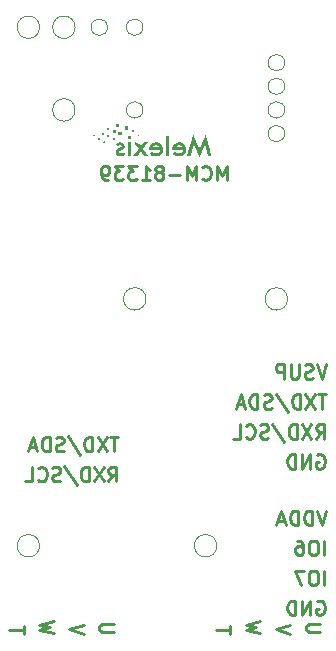
<source format=gbr>
%TF.GenerationSoftware,KiCad,Pcbnew,6.0.11-2627ca5db0~126~ubuntu22.04.1*%
%TF.CreationDate,2024-07-04T08:26:33+02:00*%
%TF.ProjectId,MCM-81339,4d434d2d-3831-4333-9339-2e6b69636164,rev?*%
%TF.SameCoordinates,Original*%
%TF.FileFunction,Legend,Bot*%
%TF.FilePolarity,Positive*%
%FSLAX46Y46*%
G04 Gerber Fmt 4.6, Leading zero omitted, Abs format (unit mm)*
G04 Created by KiCad (PCBNEW 6.0.11-2627ca5db0~126~ubuntu22.04.1) date 2024-07-04 08:26:33*
%MOMM*%
%LPD*%
G01*
G04 APERTURE LIST*
%ADD10C,0.250000*%
%ADD11C,0.120000*%
G04 APERTURE END LIST*
D10*
X69137142Y-100416071D02*
X67937142Y-100130357D01*
X68794285Y-99901785D01*
X67937142Y-99673214D01*
X69137142Y-99387500D01*
X91423214Y-97700000D02*
X91537500Y-97642857D01*
X91708928Y-97642857D01*
X91880357Y-97700000D01*
X91994642Y-97814285D01*
X92051785Y-97928571D01*
X92108928Y-98157142D01*
X92108928Y-98328571D01*
X92051785Y-98557142D01*
X91994642Y-98671428D01*
X91880357Y-98785714D01*
X91708928Y-98842857D01*
X91594642Y-98842857D01*
X91423214Y-98785714D01*
X91366071Y-98728571D01*
X91366071Y-98328571D01*
X91594642Y-98328571D01*
X90851785Y-98842857D02*
X90851785Y-97642857D01*
X90166071Y-98842857D01*
X90166071Y-97642857D01*
X89594642Y-98842857D02*
X89594642Y-97642857D01*
X89308928Y-97642857D01*
X89137500Y-97700000D01*
X89023214Y-97814285D01*
X88966071Y-97928571D01*
X88908928Y-98157142D01*
X88908928Y-98328571D01*
X88966071Y-98557142D01*
X89023214Y-98671428D01*
X89137500Y-98785714D01*
X89308928Y-98842857D01*
X89594642Y-98842857D01*
X74217142Y-100301785D02*
X73245714Y-100301785D01*
X73131428Y-100244642D01*
X73074285Y-100187500D01*
X73017142Y-100073214D01*
X73017142Y-99844642D01*
X73074285Y-99730357D01*
X73131428Y-99673214D01*
X73245714Y-99616071D01*
X74217142Y-99616071D01*
X71677142Y-100473214D02*
X70477142Y-100073214D01*
X71677142Y-99673214D01*
X91717142Y-100301785D02*
X90745714Y-100301785D01*
X90631428Y-100244642D01*
X90574285Y-100187500D01*
X90517142Y-100073214D01*
X90517142Y-99844642D01*
X90574285Y-99730357D01*
X90631428Y-99673214D01*
X90745714Y-99616071D01*
X91717142Y-99616071D01*
X92051785Y-93762857D02*
X92051785Y-92562857D01*
X91251785Y-92562857D02*
X91023214Y-92562857D01*
X90908928Y-92620000D01*
X90794642Y-92734285D01*
X90737500Y-92962857D01*
X90737500Y-93362857D01*
X90794642Y-93591428D01*
X90908928Y-93705714D01*
X91023214Y-93762857D01*
X91251785Y-93762857D01*
X91366071Y-93705714D01*
X91480357Y-93591428D01*
X91537500Y-93362857D01*
X91537500Y-92962857D01*
X91480357Y-92734285D01*
X91366071Y-92620000D01*
X91251785Y-92562857D01*
X89708928Y-92562857D02*
X89937500Y-92562857D01*
X90051785Y-92620000D01*
X90108928Y-92677142D01*
X90223214Y-92848571D01*
X90280357Y-93077142D01*
X90280357Y-93534285D01*
X90223214Y-93648571D01*
X90166071Y-93705714D01*
X90051785Y-93762857D01*
X89823214Y-93762857D01*
X89708928Y-93705714D01*
X89651785Y-93648571D01*
X89594642Y-93534285D01*
X89594642Y-93248571D01*
X89651785Y-93134285D01*
X89708928Y-93077142D01*
X89823214Y-93020000D01*
X90051785Y-93020000D01*
X90166071Y-93077142D01*
X90223214Y-93134285D01*
X90280357Y-93248571D01*
X92223214Y-90022857D02*
X91823214Y-91222857D01*
X91423214Y-90022857D01*
X91023214Y-91222857D02*
X91023214Y-90022857D01*
X90737500Y-90022857D01*
X90566071Y-90080000D01*
X90451785Y-90194285D01*
X90394642Y-90308571D01*
X90337500Y-90537142D01*
X90337500Y-90708571D01*
X90394642Y-90937142D01*
X90451785Y-91051428D01*
X90566071Y-91165714D01*
X90737500Y-91222857D01*
X91023214Y-91222857D01*
X89823214Y-91222857D02*
X89823214Y-90022857D01*
X89537500Y-90022857D01*
X89366071Y-90080000D01*
X89251785Y-90194285D01*
X89194642Y-90308571D01*
X89137500Y-90537142D01*
X89137500Y-90708571D01*
X89194642Y-90937142D01*
X89251785Y-91051428D01*
X89366071Y-91165714D01*
X89537500Y-91222857D01*
X89823214Y-91222857D01*
X88680357Y-90880000D02*
X88108928Y-90880000D01*
X88794642Y-91222857D02*
X88394642Y-90022857D01*
X87994642Y-91222857D01*
X66597142Y-100473214D02*
X66597142Y-99787500D01*
X65397142Y-100130357D02*
X66597142Y-100130357D01*
X92223214Y-77642857D02*
X91823214Y-78842857D01*
X91423214Y-77642857D01*
X91080357Y-78785714D02*
X90908928Y-78842857D01*
X90623214Y-78842857D01*
X90508928Y-78785714D01*
X90451785Y-78728571D01*
X90394642Y-78614285D01*
X90394642Y-78500000D01*
X90451785Y-78385714D01*
X90508928Y-78328571D01*
X90623214Y-78271428D01*
X90851785Y-78214285D01*
X90966071Y-78157142D01*
X91023214Y-78100000D01*
X91080357Y-77985714D01*
X91080357Y-77871428D01*
X91023214Y-77757142D01*
X90966071Y-77700000D01*
X90851785Y-77642857D01*
X90566071Y-77642857D01*
X90394642Y-77700000D01*
X89880357Y-77642857D02*
X89880357Y-78614285D01*
X89823214Y-78728571D01*
X89766071Y-78785714D01*
X89651785Y-78842857D01*
X89423214Y-78842857D01*
X89308928Y-78785714D01*
X89251785Y-78728571D01*
X89194642Y-78614285D01*
X89194642Y-77642857D01*
X88623214Y-78842857D02*
X88623214Y-77642857D01*
X88166071Y-77642857D01*
X88051785Y-77700000D01*
X87994642Y-77757142D01*
X87937500Y-77871428D01*
X87937500Y-78042857D01*
X87994642Y-78157142D01*
X88051785Y-78214285D01*
X88166071Y-78271428D01*
X88623214Y-78271428D01*
X92051785Y-96302857D02*
X92051785Y-95102857D01*
X91251785Y-95102857D02*
X91023214Y-95102857D01*
X90908928Y-95160000D01*
X90794642Y-95274285D01*
X90737500Y-95502857D01*
X90737500Y-95902857D01*
X90794642Y-96131428D01*
X90908928Y-96245714D01*
X91023214Y-96302857D01*
X91251785Y-96302857D01*
X91366071Y-96245714D01*
X91480357Y-96131428D01*
X91537500Y-95902857D01*
X91537500Y-95502857D01*
X91480357Y-95274285D01*
X91366071Y-95160000D01*
X91251785Y-95102857D01*
X90337500Y-95102857D02*
X89537500Y-95102857D01*
X90051785Y-96302857D01*
X83785714Y-62042857D02*
X83785714Y-60842857D01*
X83385714Y-61700000D01*
X82985714Y-60842857D01*
X82985714Y-62042857D01*
X81728571Y-61928571D02*
X81785714Y-61985714D01*
X81957142Y-62042857D01*
X82071428Y-62042857D01*
X82242857Y-61985714D01*
X82357142Y-61871428D01*
X82414285Y-61757142D01*
X82471428Y-61528571D01*
X82471428Y-61357142D01*
X82414285Y-61128571D01*
X82357142Y-61014285D01*
X82242857Y-60900000D01*
X82071428Y-60842857D01*
X81957142Y-60842857D01*
X81785714Y-60900000D01*
X81728571Y-60957142D01*
X81214285Y-62042857D02*
X81214285Y-60842857D01*
X80814285Y-61700000D01*
X80414285Y-60842857D01*
X80414285Y-62042857D01*
X79842857Y-61585714D02*
X78928571Y-61585714D01*
X78185714Y-61357142D02*
X78300000Y-61300000D01*
X78357142Y-61242857D01*
X78414285Y-61128571D01*
X78414285Y-61071428D01*
X78357142Y-60957142D01*
X78300000Y-60900000D01*
X78185714Y-60842857D01*
X77957142Y-60842857D01*
X77842857Y-60900000D01*
X77785714Y-60957142D01*
X77728571Y-61071428D01*
X77728571Y-61128571D01*
X77785714Y-61242857D01*
X77842857Y-61300000D01*
X77957142Y-61357142D01*
X78185714Y-61357142D01*
X78300000Y-61414285D01*
X78357142Y-61471428D01*
X78414285Y-61585714D01*
X78414285Y-61814285D01*
X78357142Y-61928571D01*
X78300000Y-61985714D01*
X78185714Y-62042857D01*
X77957142Y-62042857D01*
X77842857Y-61985714D01*
X77785714Y-61928571D01*
X77728571Y-61814285D01*
X77728571Y-61585714D01*
X77785714Y-61471428D01*
X77842857Y-61414285D01*
X77957142Y-61357142D01*
X76585714Y-62042857D02*
X77271428Y-62042857D01*
X76928571Y-62042857D02*
X76928571Y-60842857D01*
X77042857Y-61014285D01*
X77157142Y-61128571D01*
X77271428Y-61185714D01*
X76185714Y-60842857D02*
X75442857Y-60842857D01*
X75842857Y-61300000D01*
X75671428Y-61300000D01*
X75557142Y-61357142D01*
X75500000Y-61414285D01*
X75442857Y-61528571D01*
X75442857Y-61814285D01*
X75500000Y-61928571D01*
X75557142Y-61985714D01*
X75671428Y-62042857D01*
X76014285Y-62042857D01*
X76128571Y-61985714D01*
X76185714Y-61928571D01*
X75042857Y-60842857D02*
X74300000Y-60842857D01*
X74700000Y-61300000D01*
X74528571Y-61300000D01*
X74414285Y-61357142D01*
X74357142Y-61414285D01*
X74300000Y-61528571D01*
X74300000Y-61814285D01*
X74357142Y-61928571D01*
X74414285Y-61985714D01*
X74528571Y-62042857D01*
X74871428Y-62042857D01*
X74985714Y-61985714D01*
X75042857Y-61928571D01*
X73728571Y-62042857D02*
X73500000Y-62042857D01*
X73385714Y-61985714D01*
X73328571Y-61928571D01*
X73214285Y-61757142D01*
X73157142Y-61528571D01*
X73157142Y-61071428D01*
X73214285Y-60957142D01*
X73271428Y-60900000D01*
X73385714Y-60842857D01*
X73614285Y-60842857D01*
X73728571Y-60900000D01*
X73785714Y-60957142D01*
X73842857Y-61071428D01*
X73842857Y-61357142D01*
X73785714Y-61471428D01*
X73728571Y-61528571D01*
X73614285Y-61585714D01*
X73385714Y-61585714D01*
X73271428Y-61528571D01*
X73214285Y-61471428D01*
X73157142Y-61357142D01*
X92223214Y-80182857D02*
X91537500Y-80182857D01*
X91880357Y-81382857D02*
X91880357Y-80182857D01*
X91251785Y-80182857D02*
X90451785Y-81382857D01*
X90451785Y-80182857D02*
X91251785Y-81382857D01*
X89994642Y-81382857D02*
X89994642Y-80182857D01*
X89708928Y-80182857D01*
X89537500Y-80240000D01*
X89423214Y-80354285D01*
X89366071Y-80468571D01*
X89308928Y-80697142D01*
X89308928Y-80868571D01*
X89366071Y-81097142D01*
X89423214Y-81211428D01*
X89537500Y-81325714D01*
X89708928Y-81382857D01*
X89994642Y-81382857D01*
X87937500Y-80125714D02*
X88966071Y-81668571D01*
X87594642Y-81325714D02*
X87423214Y-81382857D01*
X87137500Y-81382857D01*
X87023214Y-81325714D01*
X86966071Y-81268571D01*
X86908928Y-81154285D01*
X86908928Y-81040000D01*
X86966071Y-80925714D01*
X87023214Y-80868571D01*
X87137500Y-80811428D01*
X87366071Y-80754285D01*
X87480357Y-80697142D01*
X87537500Y-80640000D01*
X87594642Y-80525714D01*
X87594642Y-80411428D01*
X87537500Y-80297142D01*
X87480357Y-80240000D01*
X87366071Y-80182857D01*
X87080357Y-80182857D01*
X86908928Y-80240000D01*
X86394642Y-81382857D02*
X86394642Y-80182857D01*
X86108928Y-80182857D01*
X85937500Y-80240000D01*
X85823214Y-80354285D01*
X85766071Y-80468571D01*
X85708928Y-80697142D01*
X85708928Y-80868571D01*
X85766071Y-81097142D01*
X85823214Y-81211428D01*
X85937500Y-81325714D01*
X86108928Y-81382857D01*
X86394642Y-81382857D01*
X85251785Y-81040000D02*
X84680357Y-81040000D01*
X85366071Y-81382857D02*
X84966071Y-80182857D01*
X84566071Y-81382857D01*
X91366071Y-83922857D02*
X91766071Y-83351428D01*
X92051785Y-83922857D02*
X92051785Y-82722857D01*
X91594642Y-82722857D01*
X91480357Y-82780000D01*
X91423214Y-82837142D01*
X91366071Y-82951428D01*
X91366071Y-83122857D01*
X91423214Y-83237142D01*
X91480357Y-83294285D01*
X91594642Y-83351428D01*
X92051785Y-83351428D01*
X90966071Y-82722857D02*
X90166071Y-83922857D01*
X90166071Y-82722857D02*
X90966071Y-83922857D01*
X89708928Y-83922857D02*
X89708928Y-82722857D01*
X89423214Y-82722857D01*
X89251785Y-82780000D01*
X89137500Y-82894285D01*
X89080357Y-83008571D01*
X89023214Y-83237142D01*
X89023214Y-83408571D01*
X89080357Y-83637142D01*
X89137500Y-83751428D01*
X89251785Y-83865714D01*
X89423214Y-83922857D01*
X89708928Y-83922857D01*
X87651785Y-82665714D02*
X88680357Y-84208571D01*
X87308928Y-83865714D02*
X87137500Y-83922857D01*
X86851785Y-83922857D01*
X86737500Y-83865714D01*
X86680357Y-83808571D01*
X86623214Y-83694285D01*
X86623214Y-83580000D01*
X86680357Y-83465714D01*
X86737500Y-83408571D01*
X86851785Y-83351428D01*
X87080357Y-83294285D01*
X87194642Y-83237142D01*
X87251785Y-83180000D01*
X87308928Y-83065714D01*
X87308928Y-82951428D01*
X87251785Y-82837142D01*
X87194642Y-82780000D01*
X87080357Y-82722857D01*
X86794642Y-82722857D01*
X86623214Y-82780000D01*
X85423214Y-83808571D02*
X85480357Y-83865714D01*
X85651785Y-83922857D01*
X85766071Y-83922857D01*
X85937500Y-83865714D01*
X86051785Y-83751428D01*
X86108928Y-83637142D01*
X86166071Y-83408571D01*
X86166071Y-83237142D01*
X86108928Y-83008571D01*
X86051785Y-82894285D01*
X85937500Y-82780000D01*
X85766071Y-82722857D01*
X85651785Y-82722857D01*
X85480357Y-82780000D01*
X85423214Y-82837142D01*
X84337500Y-83922857D02*
X84908928Y-83922857D01*
X84908928Y-82722857D01*
X91423214Y-85320000D02*
X91537500Y-85262857D01*
X91708928Y-85262857D01*
X91880357Y-85320000D01*
X91994642Y-85434285D01*
X92051785Y-85548571D01*
X92108928Y-85777142D01*
X92108928Y-85948571D01*
X92051785Y-86177142D01*
X91994642Y-86291428D01*
X91880357Y-86405714D01*
X91708928Y-86462857D01*
X91594642Y-86462857D01*
X91423214Y-86405714D01*
X91366071Y-86348571D01*
X91366071Y-85948571D01*
X91594642Y-85948571D01*
X90851785Y-86462857D02*
X90851785Y-85262857D01*
X90166071Y-86462857D01*
X90166071Y-85262857D01*
X89594642Y-86462857D02*
X89594642Y-85262857D01*
X89308928Y-85262857D01*
X89137500Y-85320000D01*
X89023214Y-85434285D01*
X88966071Y-85548571D01*
X88908928Y-85777142D01*
X88908928Y-85948571D01*
X88966071Y-86177142D01*
X89023214Y-86291428D01*
X89137500Y-86405714D01*
X89308928Y-86462857D01*
X89594642Y-86462857D01*
X73766071Y-87542857D02*
X74166071Y-86971428D01*
X74451785Y-87542857D02*
X74451785Y-86342857D01*
X73994642Y-86342857D01*
X73880357Y-86400000D01*
X73823214Y-86457142D01*
X73766071Y-86571428D01*
X73766071Y-86742857D01*
X73823214Y-86857142D01*
X73880357Y-86914285D01*
X73994642Y-86971428D01*
X74451785Y-86971428D01*
X73366071Y-86342857D02*
X72566071Y-87542857D01*
X72566071Y-86342857D02*
X73366071Y-87542857D01*
X72108928Y-87542857D02*
X72108928Y-86342857D01*
X71823214Y-86342857D01*
X71651785Y-86400000D01*
X71537500Y-86514285D01*
X71480357Y-86628571D01*
X71423214Y-86857142D01*
X71423214Y-87028571D01*
X71480357Y-87257142D01*
X71537500Y-87371428D01*
X71651785Y-87485714D01*
X71823214Y-87542857D01*
X72108928Y-87542857D01*
X70051785Y-86285714D02*
X71080357Y-87828571D01*
X69708928Y-87485714D02*
X69537500Y-87542857D01*
X69251785Y-87542857D01*
X69137500Y-87485714D01*
X69080357Y-87428571D01*
X69023214Y-87314285D01*
X69023214Y-87200000D01*
X69080357Y-87085714D01*
X69137500Y-87028571D01*
X69251785Y-86971428D01*
X69480357Y-86914285D01*
X69594642Y-86857142D01*
X69651785Y-86800000D01*
X69708928Y-86685714D01*
X69708928Y-86571428D01*
X69651785Y-86457142D01*
X69594642Y-86400000D01*
X69480357Y-86342857D01*
X69194642Y-86342857D01*
X69023214Y-86400000D01*
X67823214Y-87428571D02*
X67880357Y-87485714D01*
X68051785Y-87542857D01*
X68166071Y-87542857D01*
X68337500Y-87485714D01*
X68451785Y-87371428D01*
X68508928Y-87257142D01*
X68566071Y-87028571D01*
X68566071Y-86857142D01*
X68508928Y-86628571D01*
X68451785Y-86514285D01*
X68337500Y-86400000D01*
X68166071Y-86342857D01*
X68051785Y-86342857D01*
X67880357Y-86400000D01*
X67823214Y-86457142D01*
X66737500Y-87542857D02*
X67308928Y-87542857D01*
X67308928Y-86342857D01*
X89177142Y-100473214D02*
X87977142Y-100073214D01*
X89177142Y-99673214D01*
X86637142Y-100416071D02*
X85437142Y-100130357D01*
X86294285Y-99901785D01*
X85437142Y-99673214D01*
X86637142Y-99387500D01*
X84097142Y-100473214D02*
X84097142Y-99787500D01*
X82897142Y-100130357D02*
X84097142Y-100130357D01*
X74623214Y-83802857D02*
X73937500Y-83802857D01*
X74280357Y-85002857D02*
X74280357Y-83802857D01*
X73651785Y-83802857D02*
X72851785Y-85002857D01*
X72851785Y-83802857D02*
X73651785Y-85002857D01*
X72394642Y-85002857D02*
X72394642Y-83802857D01*
X72108928Y-83802857D01*
X71937500Y-83860000D01*
X71823214Y-83974285D01*
X71766071Y-84088571D01*
X71708928Y-84317142D01*
X71708928Y-84488571D01*
X71766071Y-84717142D01*
X71823214Y-84831428D01*
X71937500Y-84945714D01*
X72108928Y-85002857D01*
X72394642Y-85002857D01*
X70337500Y-83745714D02*
X71366071Y-85288571D01*
X69994642Y-84945714D02*
X69823214Y-85002857D01*
X69537500Y-85002857D01*
X69423214Y-84945714D01*
X69366071Y-84888571D01*
X69308928Y-84774285D01*
X69308928Y-84660000D01*
X69366071Y-84545714D01*
X69423214Y-84488571D01*
X69537500Y-84431428D01*
X69766071Y-84374285D01*
X69880357Y-84317142D01*
X69937500Y-84260000D01*
X69994642Y-84145714D01*
X69994642Y-84031428D01*
X69937500Y-83917142D01*
X69880357Y-83860000D01*
X69766071Y-83802857D01*
X69480357Y-83802857D01*
X69308928Y-83860000D01*
X68794642Y-85002857D02*
X68794642Y-83802857D01*
X68508928Y-83802857D01*
X68337500Y-83860000D01*
X68223214Y-83974285D01*
X68166071Y-84088571D01*
X68108928Y-84317142D01*
X68108928Y-84488571D01*
X68166071Y-84717142D01*
X68223214Y-84831428D01*
X68337500Y-84945714D01*
X68508928Y-85002857D01*
X68794642Y-85002857D01*
X67651785Y-84660000D02*
X67080357Y-84660000D01*
X67766071Y-85002857D02*
X67366071Y-83802857D01*
X66966071Y-85002857D01*
D11*
%TO.C,TP11*%
X73700000Y-49100000D02*
G75*
G03*
X73700000Y-49100000I-700000J0D01*
G01*
%TO.C,TP9*%
X76700000Y-49100000D02*
G75*
G03*
X76700000Y-49100000I-700000J0D01*
G01*
%TO.C,TP14*%
X67950000Y-93000000D02*
G75*
G03*
X67950000Y-93000000I-950000J0D01*
G01*
%TO.C,TP6*%
X88700000Y-58100000D02*
G75*
G03*
X88700000Y-58100000I-700000J0D01*
G01*
%TO.C,TP8*%
X88950000Y-72100000D02*
G75*
G03*
X88950000Y-72100000I-950000J0D01*
G01*
%TO.C,TP2*%
X70950000Y-49100000D02*
G75*
G03*
X70950000Y-49100000I-950000J0D01*
G01*
%TO.C,TP10*%
X76950000Y-72100000D02*
G75*
G03*
X76950000Y-72100000I-950000J0D01*
G01*
%TO.C,TP7*%
X70950000Y-56100000D02*
G75*
G03*
X70950000Y-56100000I-950000J0D01*
G01*
%TO.C,TP4*%
X88700000Y-52100000D02*
G75*
G03*
X88700000Y-52100000I-700000J0D01*
G01*
%TO.C,TP1*%
X67950000Y-49100000D02*
G75*
G03*
X67950000Y-49100000I-950000J0D01*
G01*
%TO.C,LOG1*%
G36*
X75954189Y-58007400D02*
G01*
X75777855Y-58007400D01*
X75777855Y-57831067D01*
X75954189Y-57831067D01*
X75954189Y-58007400D01*
G37*
G36*
X80344954Y-59396708D02*
G01*
X80343727Y-59490088D01*
X80329450Y-59581890D01*
X80301943Y-59669215D01*
X80278583Y-59719195D01*
X80228853Y-59796754D01*
X80167281Y-59865644D01*
X80095626Y-59924509D01*
X80015646Y-59971992D01*
X79929102Y-60006734D01*
X79837752Y-60027379D01*
X79831878Y-60028119D01*
X79797892Y-60030540D01*
X79757179Y-60031330D01*
X79717300Y-60030306D01*
X79702558Y-60029395D01*
X79601025Y-60015926D01*
X79508789Y-59989990D01*
X79424428Y-59950948D01*
X79346518Y-59898161D01*
X79273638Y-59830990D01*
X79256227Y-59812293D01*
X79235639Y-59789026D01*
X79221566Y-59771646D01*
X79216353Y-59762940D01*
X79217028Y-59761721D01*
X79226632Y-59752414D01*
X79245516Y-59736322D01*
X79270988Y-59715547D01*
X79300356Y-59692196D01*
X79330928Y-59668371D01*
X79360013Y-59646178D01*
X79384919Y-59627721D01*
X79402956Y-59615103D01*
X79411430Y-59610429D01*
X79413556Y-59611766D01*
X79424991Y-59621668D01*
X79443706Y-59639113D01*
X79466971Y-59661587D01*
X79482746Y-59676420D01*
X79543913Y-59722410D01*
X79609758Y-59753895D01*
X79682450Y-59771986D01*
X79700314Y-59774294D01*
X79773768Y-59774855D01*
X79843934Y-59761618D01*
X79908956Y-59735721D01*
X79966975Y-59698299D01*
X80016134Y-59650493D01*
X80054573Y-59593439D01*
X80080436Y-59528274D01*
X80088712Y-59498217D01*
X79157977Y-59498217D01*
X79162550Y-59412055D01*
X79172772Y-59319038D01*
X79186148Y-59265778D01*
X79463917Y-59265778D01*
X79758647Y-59265778D01*
X79825277Y-59265642D01*
X79886526Y-59265266D01*
X79940618Y-59264680D01*
X79985779Y-59263915D01*
X80020235Y-59263000D01*
X80042209Y-59261965D01*
X80049929Y-59260841D01*
X80048081Y-59255249D01*
X80037831Y-59238887D01*
X80021334Y-59217164D01*
X80001723Y-59193902D01*
X79982130Y-59172925D01*
X79965689Y-59158055D01*
X79950591Y-59147673D01*
X79921690Y-59130552D01*
X79891513Y-59115035D01*
X79870664Y-59105923D01*
X79850233Y-59099388D01*
X79827616Y-59095631D01*
X79798200Y-59093912D01*
X79757376Y-59093490D01*
X79748455Y-59093495D01*
X79710919Y-59093985D01*
X79683752Y-59095866D01*
X79662217Y-59099971D01*
X79641582Y-59107135D01*
X79617111Y-59118192D01*
X79591986Y-59131860D01*
X79547315Y-59164026D01*
X79507687Y-59202004D01*
X79478396Y-59241105D01*
X79463917Y-59265778D01*
X79186148Y-59265778D01*
X79194878Y-59231014D01*
X79229546Y-59150739D01*
X79277701Y-59076096D01*
X79340267Y-59004965D01*
X79408046Y-58945027D01*
X79484333Y-58895213D01*
X79565128Y-58860280D01*
X79651661Y-58839703D01*
X79745163Y-58832960D01*
X79766135Y-58833187D01*
X79852921Y-58840004D01*
X79930875Y-58857069D01*
X80003626Y-58885404D01*
X80074799Y-58926035D01*
X80097656Y-58942329D01*
X80145721Y-58983242D01*
X80193286Y-59031355D01*
X80235758Y-59081838D01*
X80268546Y-59129860D01*
X80272134Y-59136101D01*
X80308978Y-59216815D01*
X80321174Y-59260841D01*
X80333311Y-59304651D01*
X80344954Y-59396708D01*
G37*
G36*
X76401446Y-58263041D02*
G01*
X76402072Y-58288032D01*
X76401452Y-58311991D01*
X76399558Y-58325511D01*
X76398310Y-58327742D01*
X76389038Y-58332772D01*
X76369557Y-58334848D01*
X76337028Y-58334371D01*
X76278802Y-58332014D01*
X76278802Y-58211786D01*
X76399029Y-58211786D01*
X76401446Y-58263041D01*
G37*
G36*
X75681674Y-58560445D02*
G01*
X75409159Y-58560445D01*
X75409159Y-58287930D01*
X75681674Y-58287930D01*
X75681674Y-58560445D01*
G37*
G36*
X74695811Y-57542522D02*
G01*
X74415280Y-57542522D01*
X74415280Y-57261992D01*
X74695811Y-57261992D01*
X74695811Y-57542522D01*
G37*
G36*
X72603857Y-58295945D02*
G01*
X72507676Y-58295945D01*
X72507676Y-58207779D01*
X72603857Y-58207779D01*
X72603857Y-58295945D01*
G37*
G36*
X75681674Y-60003172D02*
G01*
X75409159Y-60003172D01*
X75409159Y-58857006D01*
X75681674Y-58857006D01*
X75681674Y-60003172D01*
G37*
G36*
X73032668Y-58492317D02*
G01*
X73035084Y-58543571D01*
X73035726Y-58568564D01*
X73035154Y-58592368D01*
X73033332Y-58605688D01*
X73025986Y-58611649D01*
X73006375Y-58615383D01*
X72972806Y-58616551D01*
X72916448Y-58616551D01*
X72916448Y-58487607D01*
X73032668Y-58492317D01*
G37*
G36*
X77063530Y-58887063D02*
G01*
X77056590Y-58896133D01*
X77039740Y-58917949D01*
X77015354Y-58949404D01*
X76984755Y-58988794D01*
X76949266Y-59034416D01*
X76910213Y-59084564D01*
X76868919Y-59137536D01*
X76835229Y-59180734D01*
X76797153Y-59229565D01*
X76763024Y-59273343D01*
X76734025Y-59310551D01*
X76711338Y-59339670D01*
X76696146Y-59359185D01*
X76689632Y-59367578D01*
X76689525Y-59369708D01*
X76695324Y-59381889D01*
X76709728Y-59404517D01*
X76732982Y-59437930D01*
X76765328Y-59482466D01*
X76807010Y-59538463D01*
X76858273Y-59606259D01*
X76919359Y-59686192D01*
X76923799Y-59691979D01*
X76970655Y-59753135D01*
X77014312Y-59810270D01*
X77053831Y-59862144D01*
X77088272Y-59907516D01*
X77116695Y-59945145D01*
X77138161Y-59973792D01*
X77151729Y-59992216D01*
X77156461Y-59999176D01*
X77156047Y-59999461D01*
X77145100Y-60000640D01*
X77121053Y-60001659D01*
X77086290Y-60002459D01*
X77043195Y-60002982D01*
X76994154Y-60003168D01*
X76831847Y-60003165D01*
X76675798Y-59802707D01*
X76654962Y-59776021D01*
X76618193Y-59729338D01*
X76585140Y-59687894D01*
X76557019Y-59653180D01*
X76535042Y-59626688D01*
X76520423Y-59609909D01*
X76514376Y-59604336D01*
X76513737Y-59604851D01*
X76505459Y-59614377D01*
X76489019Y-59634630D01*
X76465687Y-59664003D01*
X76436732Y-59700889D01*
X76403426Y-59743680D01*
X76367038Y-59790770D01*
X76359455Y-59800612D01*
X76322961Y-59847839D01*
X76289372Y-59891087D01*
X76260059Y-59928607D01*
X76236391Y-59958651D01*
X76219737Y-59979470D01*
X76211468Y-59989316D01*
X76205733Y-59994010D01*
X76197097Y-59997584D01*
X76183511Y-60000016D01*
X76162760Y-60001456D01*
X76132628Y-60002055D01*
X76090901Y-60001966D01*
X76035364Y-60001339D01*
X75872865Y-59999164D01*
X76109839Y-59690581D01*
X76114080Y-59685058D01*
X76160945Y-59623937D01*
X76204612Y-59566831D01*
X76244142Y-59514981D01*
X76278592Y-59469627D01*
X76307024Y-59432010D01*
X76328495Y-59403371D01*
X76342067Y-59384951D01*
X76346797Y-59377990D01*
X76346212Y-59376925D01*
X76338309Y-59365840D01*
X76321987Y-59343926D01*
X76298286Y-59312550D01*
X76268246Y-59273079D01*
X76232906Y-59226880D01*
X76193306Y-59175321D01*
X76150485Y-59119770D01*
X76135363Y-59100174D01*
X76093535Y-59045826D01*
X76055290Y-58995928D01*
X76021666Y-58951848D01*
X75993705Y-58914957D01*
X75972444Y-58886625D01*
X75958926Y-58868222D01*
X75954189Y-58861119D01*
X75954846Y-58860732D01*
X75966652Y-58859599D01*
X75991449Y-58858811D01*
X76026878Y-58858402D01*
X76070584Y-58858403D01*
X76120208Y-58858847D01*
X76286228Y-58861013D01*
X76396983Y-59005286D01*
X76413895Y-59027249D01*
X76444492Y-59066619D01*
X76471206Y-59100524D01*
X76492582Y-59127143D01*
X76507164Y-59144650D01*
X76513497Y-59151223D01*
X76516291Y-59149219D01*
X76527866Y-59136729D01*
X76546881Y-59114317D01*
X76571900Y-59083723D01*
X76601488Y-59046686D01*
X76634209Y-59004946D01*
X76749161Y-58857006D01*
X77086227Y-58857006D01*
X77063530Y-58887063D01*
G37*
G36*
X73846205Y-57807021D02*
G01*
X73645826Y-57807021D01*
X73645826Y-57598628D01*
X73846205Y-57598628D01*
X73846205Y-57807021D01*
G37*
G36*
X73902311Y-58937157D02*
G01*
X73830175Y-58937157D01*
X73830175Y-58873036D01*
X73902311Y-58873036D01*
X73902311Y-58937157D01*
G37*
G36*
X74295053Y-58616551D02*
G01*
X74158796Y-58616551D01*
X74158796Y-58472279D01*
X74295053Y-58472279D01*
X74295053Y-58616551D01*
G37*
G36*
X78379562Y-59297519D02*
G01*
X78383362Y-59320439D01*
X78385412Y-59347542D01*
X78386223Y-59382775D01*
X78386309Y-59430089D01*
X78386280Y-59442078D01*
X78385877Y-59486612D01*
X78384622Y-59520206D01*
X78381963Y-59547015D01*
X78377352Y-59571191D01*
X78370239Y-59596886D01*
X78360074Y-59628255D01*
X78324545Y-59712438D01*
X78274749Y-59792517D01*
X78213487Y-59863159D01*
X78142198Y-59923161D01*
X78062322Y-59971321D01*
X77975297Y-60006435D01*
X77882564Y-60027300D01*
X77862864Y-60029476D01*
X77806413Y-60031380D01*
X77743501Y-60028701D01*
X77680329Y-60021823D01*
X77623100Y-60011135D01*
X77556835Y-59992049D01*
X77484966Y-59961685D01*
X77418685Y-59921414D01*
X77354938Y-59869327D01*
X77290673Y-59803520D01*
X77252561Y-59760893D01*
X77352593Y-59685661D01*
X77373037Y-59670336D01*
X77405015Y-59646592D01*
X77430982Y-59627597D01*
X77448683Y-59614995D01*
X77455863Y-59610429D01*
X77457963Y-59611768D01*
X77469348Y-59621672D01*
X77488027Y-59639116D01*
X77511275Y-59661587D01*
X77527585Y-59676796D01*
X77591200Y-59723390D01*
X77659893Y-59755686D01*
X77732003Y-59773403D01*
X77805870Y-59776260D01*
X77879835Y-59763976D01*
X77952239Y-59736270D01*
X77980400Y-59720212D01*
X78030780Y-59680537D01*
X78073130Y-59632468D01*
X78104805Y-59579284D01*
X78123161Y-59524267D01*
X78128297Y-59498217D01*
X77202281Y-59498217D01*
X77206838Y-59412055D01*
X77209033Y-59378628D01*
X77216193Y-59319101D01*
X77228318Y-59265970D01*
X77230247Y-59260507D01*
X77509127Y-59260507D01*
X77509131Y-59260535D01*
X77517185Y-59261734D01*
X77539454Y-59262836D01*
X77574162Y-59263810D01*
X77619535Y-59264623D01*
X77673797Y-59265244D01*
X77735173Y-59265639D01*
X77801886Y-59265778D01*
X78094644Y-59265778D01*
X78081764Y-59240870D01*
X78062022Y-59211540D01*
X78028320Y-59176485D01*
X77987361Y-59144308D01*
X77943554Y-59118896D01*
X77937063Y-59115840D01*
X77913382Y-59105497D01*
X77892780Y-59098943D01*
X77870479Y-59095322D01*
X77841705Y-59093777D01*
X77801680Y-59093453D01*
X77754233Y-59094554D01*
X77711679Y-59099204D01*
X77676189Y-59108715D01*
X77643110Y-59124384D01*
X77607790Y-59147508D01*
X77591430Y-59161088D01*
X77569889Y-59182175D01*
X77547855Y-59206134D01*
X77528362Y-59229491D01*
X77514441Y-59248774D01*
X77509127Y-59260507D01*
X77230247Y-59260507D01*
X77247054Y-59212903D01*
X77274048Y-59153566D01*
X77287366Y-59127320D01*
X77305374Y-59096206D01*
X77325228Y-59068531D01*
X77350362Y-59039661D01*
X77384209Y-59004965D01*
X77384291Y-59004883D01*
X77457180Y-58941175D01*
X77532945Y-58892792D01*
X77613131Y-58859084D01*
X77699283Y-58839403D01*
X77792943Y-58833099D01*
X77864448Y-58836078D01*
X77931794Y-58846363D01*
X77995735Y-58865296D01*
X78062172Y-58894218D01*
X78088272Y-58907535D01*
X78119416Y-58925641D01*
X78147068Y-58945560D01*
X78175868Y-58970747D01*
X78210452Y-59004656D01*
X78242164Y-59037835D01*
X78281694Y-59084735D01*
X78312734Y-59130843D01*
X78338333Y-59180898D01*
X78361537Y-59239639D01*
X78364650Y-59248427D01*
X78370462Y-59265778D01*
X78373495Y-59274831D01*
X78379562Y-59297519D01*
G37*
G36*
X74904204Y-58239839D02*
G01*
X74623674Y-58239839D01*
X74623674Y-57959309D01*
X74904204Y-57959309D01*
X74904204Y-58239839D01*
G37*
G36*
X75433204Y-57783355D02*
G01*
X75294943Y-57781162D01*
X75156682Y-57778968D01*
X75154488Y-57640707D01*
X75152295Y-57502446D01*
X75433204Y-57502446D01*
X75433204Y-57783355D01*
G37*
G36*
X73846205Y-58432203D02*
G01*
X73669872Y-58432203D01*
X73669872Y-58255870D01*
X73846205Y-58255870D01*
X73846205Y-58432203D01*
G37*
G36*
X74375205Y-58031446D02*
G01*
X74142765Y-58031446D01*
X74142765Y-57799006D01*
X74375205Y-57799006D01*
X74375205Y-58031446D01*
G37*
G36*
X78903763Y-60003172D02*
G01*
X78631248Y-60003172D01*
X78631248Y-58287930D01*
X78903763Y-58287930D01*
X78903763Y-60003172D01*
G37*
G36*
X73517584Y-58865021D02*
G01*
X73356701Y-58865021D01*
X73361289Y-58708725D01*
X73439436Y-58706431D01*
X73517584Y-58704137D01*
X73517584Y-58865021D01*
G37*
G36*
X73389342Y-58215794D02*
G01*
X73229039Y-58215794D01*
X73229039Y-58055491D01*
X73389342Y-58055491D01*
X73389342Y-58215794D01*
G37*
G36*
X74875495Y-58843679D02*
G01*
X74946844Y-58867738D01*
X75011791Y-58904756D01*
X75068172Y-58954206D01*
X75100241Y-58995500D01*
X75130875Y-59055874D01*
X75148404Y-59121043D01*
X75152070Y-59187901D01*
X75141117Y-59253341D01*
X75138319Y-59262555D01*
X75121224Y-59305747D01*
X75098040Y-59344260D01*
X75067173Y-59379450D01*
X75027030Y-59412675D01*
X74976016Y-59445293D01*
X74912538Y-59478662D01*
X74835003Y-59514139D01*
X74821484Y-59520067D01*
X74780328Y-59538729D01*
X74742996Y-59556512D01*
X74713140Y-59571642D01*
X74694415Y-59582349D01*
X74679162Y-59593937D01*
X74655111Y-59619000D01*
X74638158Y-59645573D01*
X74631719Y-59668937D01*
X74631759Y-59671014D01*
X74640228Y-59699674D01*
X74661751Y-59727908D01*
X74693851Y-59752387D01*
X74706432Y-59759424D01*
X74729324Y-59769009D01*
X74754181Y-59773488D01*
X74787985Y-59774502D01*
X74828832Y-59771496D01*
X74868379Y-59760740D01*
X74907577Y-59740366D01*
X74951035Y-59708507D01*
X74985843Y-59680274D01*
X75091300Y-59731113D01*
X75107720Y-59739036D01*
X75143215Y-59756225D01*
X75172155Y-59770322D01*
X75191909Y-59780045D01*
X75199847Y-59784107D01*
X75200318Y-59787935D01*
X75192724Y-59802067D01*
X75176057Y-59824312D01*
X75151799Y-59852754D01*
X75121432Y-59885477D01*
X75072722Y-59930885D01*
X75008306Y-59975382D01*
X74937816Y-60006977D01*
X74858010Y-60027415D01*
X74834659Y-60030119D01*
X74799341Y-60031486D01*
X74763939Y-60030576D01*
X74692022Y-60020549D01*
X74620772Y-59997209D01*
X74555806Y-59959990D01*
X74494872Y-59907868D01*
X74471120Y-59882132D01*
X74428133Y-59820806D01*
X74400503Y-59755892D01*
X74388409Y-59687902D01*
X74392033Y-59617344D01*
X74399469Y-59581521D01*
X74417553Y-59529982D01*
X74444508Y-59483187D01*
X74481510Y-59440047D01*
X74529736Y-59399471D01*
X74590363Y-59360367D01*
X74664565Y-59321646D01*
X74753521Y-59282217D01*
X74777987Y-59271501D01*
X74828865Y-59244693D01*
X74867726Y-59217127D01*
X74892615Y-59190098D01*
X74898499Y-59179750D01*
X74901458Y-59163585D01*
X74896244Y-59141709D01*
X74894523Y-59136893D01*
X74880915Y-59114507D01*
X74859081Y-59099861D01*
X74826632Y-59091868D01*
X74781182Y-59089445D01*
X74756302Y-59089887D01*
X74727875Y-59092972D01*
X74703088Y-59100473D01*
X74674583Y-59114094D01*
X74651865Y-59126647D01*
X74622862Y-59144178D01*
X74600998Y-59159070D01*
X74574315Y-59179395D01*
X74552907Y-59159989D01*
X74540819Y-59149092D01*
X74518595Y-59129146D01*
X74490676Y-59104146D01*
X74460415Y-59077096D01*
X74389331Y-59013610D01*
X74424193Y-58982672D01*
X74439819Y-58969518D01*
X74488430Y-58934421D01*
X74543562Y-58901032D01*
X74599402Y-58872694D01*
X74650137Y-58852748D01*
X74722257Y-58836539D01*
X74799911Y-58833104D01*
X74875495Y-58843679D01*
G37*
G36*
X81204611Y-58761524D02*
G01*
X81225793Y-58812284D01*
X81264348Y-58904647D01*
X81301011Y-58992442D01*
X81335305Y-59074534D01*
X81366756Y-59149785D01*
X81394888Y-59217060D01*
X81419226Y-59275222D01*
X81439295Y-59323134D01*
X81454620Y-59359660D01*
X81464725Y-59383664D01*
X81469134Y-59394009D01*
X81478097Y-59414035D01*
X81488382Y-59394009D01*
X81489912Y-59390705D01*
X81497408Y-59373513D01*
X81510379Y-59343236D01*
X81528341Y-59301014D01*
X81550814Y-59247989D01*
X81577315Y-59185300D01*
X81607362Y-59114089D01*
X81640473Y-59035496D01*
X81676166Y-58950662D01*
X81713960Y-58860729D01*
X81753371Y-58766835D01*
X81774245Y-58717116D01*
X81812602Y-58625959D01*
X81848983Y-58539760D01*
X81882922Y-58459610D01*
X81913951Y-58386604D01*
X81941602Y-58321833D01*
X81965410Y-58266391D01*
X81984907Y-58221369D01*
X81999626Y-58187861D01*
X82009100Y-58166960D01*
X82012862Y-58159757D01*
X82014120Y-58163022D01*
X82019232Y-58180237D01*
X82027972Y-58211386D01*
X82040085Y-58255516D01*
X82055317Y-58311673D01*
X82073412Y-58378904D01*
X82094114Y-58456256D01*
X82117170Y-58542774D01*
X82142325Y-58637506D01*
X82169322Y-58739497D01*
X82197908Y-58847795D01*
X82227827Y-58961445D01*
X82258824Y-59079495D01*
X82500000Y-59999164D01*
X82367625Y-60001368D01*
X82355519Y-60001548D01*
X82304061Y-60001698D01*
X82265282Y-60000688D01*
X82240290Y-59998568D01*
X82230190Y-59995385D01*
X82229661Y-59994019D01*
X82225536Y-59980087D01*
X82217861Y-59952401D01*
X82206986Y-59912279D01*
X82193263Y-59861039D01*
X82177041Y-59800000D01*
X82158672Y-59730481D01*
X82138506Y-59653798D01*
X82116895Y-59571272D01*
X82094188Y-59484220D01*
X82086291Y-59453910D01*
X82063939Y-59368384D01*
X82042806Y-59287907D01*
X82023242Y-59213789D01*
X82005597Y-59147338D01*
X81990220Y-59089862D01*
X81977461Y-59042671D01*
X81967669Y-59007072D01*
X81961194Y-58984376D01*
X81958386Y-58975889D01*
X81958189Y-58975932D01*
X81953488Y-58984471D01*
X81943184Y-59006516D01*
X81927763Y-59040945D01*
X81907708Y-59086639D01*
X81883502Y-59142476D01*
X81855629Y-59207338D01*
X81824574Y-59280102D01*
X81790819Y-59359650D01*
X81754849Y-59444860D01*
X81717147Y-59534613D01*
X81711178Y-59548853D01*
X81673719Y-59637960D01*
X81638072Y-59722343D01*
X81604718Y-59800883D01*
X81574143Y-59872460D01*
X81546829Y-59935954D01*
X81523258Y-59990247D01*
X81503915Y-60034218D01*
X81489283Y-60066749D01*
X81479845Y-60086719D01*
X81476085Y-60093009D01*
X81476068Y-60092987D01*
X81472154Y-60084565D01*
X81462538Y-60062549D01*
X81447714Y-60028099D01*
X81428175Y-59982379D01*
X81404414Y-59926548D01*
X81376926Y-59861770D01*
X81346204Y-59789205D01*
X81312742Y-59710016D01*
X81277032Y-59625364D01*
X81239570Y-59536411D01*
X81238427Y-59533693D01*
X81201044Y-59445012D01*
X81165426Y-59360794D01*
X81132063Y-59282187D01*
X81101448Y-59210338D01*
X81074073Y-59146393D01*
X81050431Y-59091498D01*
X81031014Y-59046802D01*
X81016314Y-59013451D01*
X81006823Y-58992591D01*
X81003034Y-58985369D01*
X81002495Y-58986320D01*
X80998394Y-58999020D01*
X80990766Y-59025497D01*
X80979956Y-59064460D01*
X80966313Y-59114621D01*
X80950183Y-59174687D01*
X80931913Y-59243368D01*
X80911852Y-59319374D01*
X80890345Y-59401414D01*
X80867741Y-59488199D01*
X80859931Y-59518249D01*
X80837611Y-59603832D01*
X80816487Y-59684390D01*
X80796909Y-59758609D01*
X80779229Y-59825180D01*
X80763798Y-59882788D01*
X80750967Y-59930122D01*
X80741086Y-59965871D01*
X80734506Y-59988721D01*
X80731579Y-59997360D01*
X80726472Y-59998771D01*
X80707443Y-60000366D01*
X80677126Y-60001385D01*
X80638315Y-60001746D01*
X80593800Y-60001368D01*
X80461594Y-59999164D01*
X80696127Y-59105475D01*
X80709315Y-59055228D01*
X80739638Y-58939740D01*
X80768830Y-58828620D01*
X80796625Y-58722880D01*
X80822754Y-58623534D01*
X80846953Y-58531593D01*
X80868953Y-58448071D01*
X80888489Y-58373980D01*
X80905292Y-58310332D01*
X80919098Y-58258140D01*
X80929638Y-58218417D01*
X80936646Y-58192175D01*
X80939855Y-58180426D01*
X80949049Y-58149066D01*
X81204611Y-58761524D01*
G37*
%TO.C,TP13*%
X82950000Y-93000000D02*
G75*
G03*
X82950000Y-93000000I-950000J0D01*
G01*
%TO.C,TP3*%
X88700000Y-54100000D02*
G75*
G03*
X88700000Y-54100000I-700000J0D01*
G01*
%TO.C,TP12*%
X76700000Y-56100000D02*
G75*
G03*
X76700000Y-56100000I-700000J0D01*
G01*
%TO.C,TP5*%
X88700000Y-56100000D02*
G75*
G03*
X88700000Y-56100000I-700000J0D01*
G01*
%TD*%
M02*

</source>
